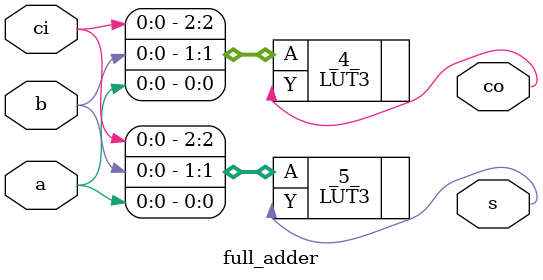
<source format=v>
/* Generated by Yosys 0.18+10 (git sha1 1246ddb77, gcc 11.2.1 -fPIC -Os) */

module full_adder(a, b, ci, s, co);
  input a;
  input b;
  input ci;
  output co;
  output s;
  (* src = "/nfs_eda_sw/softwares/Raptor/instl_dir/08_22_2023_09_15_01/bin/../share/yosys/rapidsilicon/genesis3/RS_PRIMITIVES/TECHMAP/lut_map.v:12.23-12.24" *)
  wire [2:0] _0_;
  (* src = "/nfs_eda_sw/softwares/Raptor/instl_dir/08_22_2023_09_15_01/bin/../share/yosys/rapidsilicon/genesis3/RS_PRIMITIVES/TECHMAP/lut_map.v:13.13-13.14" *)
  wire _1_;
  (* src = "/nfs_eda_sw/softwares/Raptor/instl_dir/08_22_2023_09_15_01/bin/../share/yosys/rapidsilicon/genesis3/RS_PRIMITIVES/TECHMAP/lut_map.v:12.23-12.24" *)
  wire [2:0] _2_;
  (* src = "/nfs_eda_sw/softwares/Raptor/instl_dir/08_22_2023_09_15_01/bin/../share/yosys/rapidsilicon/genesis3/RS_PRIMITIVES/TECHMAP/lut_map.v:13.13-13.14" *)
  wire _3_;
  (* src = "/nfs_project/castor/DV/Azfar/full_adder_vhdl/full_adder_vhdl.srcs/sources_1/full_adder.vhd:6" *)
  (* src = "/nfs_project/castor/DV/Azfar/full_adder_vhdl/full_adder_vhdl.srcs/sources_1/full_adder.vhd:6" *)
  wire a;
  (* src = "/nfs_project/castor/DV/Azfar/full_adder_vhdl/full_adder_vhdl.srcs/sources_1/full_adder.vhd:7" *)
  (* src = "/nfs_project/castor/DV/Azfar/full_adder_vhdl/full_adder_vhdl.srcs/sources_1/full_adder.vhd:7" *)
  wire b;
  (* src = "/nfs_project/castor/DV/Azfar/full_adder_vhdl/full_adder_vhdl.srcs/sources_1/full_adder.vhd:8" *)
  (* src = "/nfs_project/castor/DV/Azfar/full_adder_vhdl/full_adder_vhdl.srcs/sources_1/full_adder.vhd:8" *)
  wire ci;
  (* src = "/nfs_project/castor/DV/Azfar/full_adder_vhdl/full_adder_vhdl.srcs/sources_1/full_adder.vhd:10" *)
  (* src = "/nfs_project/castor/DV/Azfar/full_adder_vhdl/full_adder_vhdl.srcs/sources_1/full_adder.vhd:10" *)
  wire co;
  (* src = "/nfs_project/castor/DV/Azfar/full_adder_vhdl/full_adder_vhdl.srcs/sources_1/full_adder.vhd:9" *)
  (* src = "/nfs_project/castor/DV/Azfar/full_adder_vhdl/full_adder_vhdl.srcs/sources_1/full_adder.vhd:9" *)
  wire s;
  (* module_not_derived = 32'h00000001 *)
  (* src = "/nfs_eda_sw/softwares/Raptor/instl_dir/08_22_2023_09_15_01/bin/../share/yosys/rapidsilicon/genesis3/RS_PRIMITIVES/TECHMAP/lut_map.v:25.38-25.69" *)
  LUT3 #(
    .INIT_VALUE(8'he8)
  ) _4_ (
    .Y(co),
    .A({ ci, b, a })
  );
  (* module_not_derived = 32'h00000001 *)
  (* src = "/nfs_eda_sw/softwares/Raptor/instl_dir/08_22_2023_09_15_01/bin/../share/yosys/rapidsilicon/genesis3/RS_PRIMITIVES/TECHMAP/lut_map.v:25.38-25.69" *)
  LUT3 #(
    .INIT_VALUE(8'h96)
  ) _5_ (
    .Y(s),
    .A({ ci, b, a })
  );
endmodule

</source>
